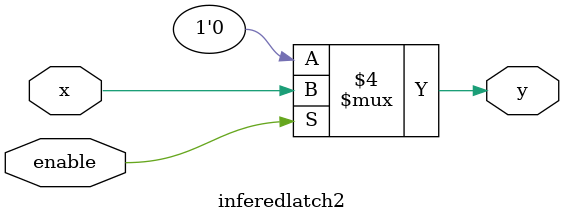
<source format=sv>
module inferedlatch2 (
        input logic x, enable,
        output logic y
        );
    always_comb begin
        if (enable==1)
            y <= x;
        else
            y <= 0;
    end
endmodule

</source>
